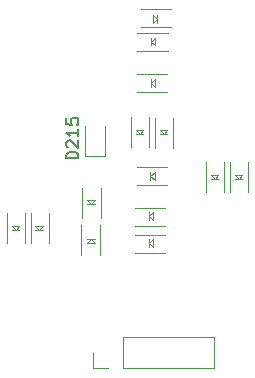
<source format=gto>
G04 #@! TF.GenerationSoftware,KiCad,Pcbnew,(6.0.5)*
G04 #@! TF.CreationDate,2022-07-25T01:06:32+08:00*
G04 #@! TF.ProjectId,SX7H02060050-1,53583748-3032-4303-9630-3035302d312e,rev?*
G04 #@! TF.SameCoordinates,PX8af34a0PY598cce0*
G04 #@! TF.FileFunction,Legend,Top*
G04 #@! TF.FilePolarity,Positive*
%FSLAX46Y46*%
G04 Gerber Fmt 4.6, Leading zero omitted, Abs format (unit mm)*
G04 Created by KiCad (PCBNEW (6.0.5)) date 2022-07-25 01:06:32*
%MOMM*%
%LPD*%
G01*
G04 APERTURE LIST*
%ADD10C,0.150000*%
%ADD11C,0.120000*%
%ADD12C,0.100000*%
G04 APERTURE END LIST*
D10*
G04 #@! TO.C,D215*
X-793620Y17914524D02*
X-1793620Y17914524D01*
X-1793620Y18152620D01*
X-1746000Y18295477D01*
X-1650762Y18390715D01*
X-1555524Y18438334D01*
X-1365048Y18485953D01*
X-1222191Y18485953D01*
X-1031715Y18438334D01*
X-936477Y18390715D01*
X-841239Y18295477D01*
X-793620Y18152620D01*
X-793620Y17914524D01*
X-1698381Y18866905D02*
X-1746000Y18914524D01*
X-1793620Y19009762D01*
X-1793620Y19247858D01*
X-1746000Y19343096D01*
X-1698381Y19390715D01*
X-1603143Y19438334D01*
X-1507905Y19438334D01*
X-1365048Y19390715D01*
X-793620Y18819286D01*
X-793620Y19438334D01*
X-793620Y20390715D02*
X-793620Y19819286D01*
X-793620Y20105000D02*
X-1793620Y20105000D01*
X-1650762Y20009762D01*
X-1555524Y19914524D01*
X-1507905Y19819286D01*
X-1793620Y21295477D02*
X-1793620Y20819286D01*
X-1317429Y20771667D01*
X-1365048Y20819286D01*
X-1412667Y20914524D01*
X-1412667Y21152620D01*
X-1365048Y21247858D01*
X-1317429Y21295477D01*
X-1222191Y21343096D01*
X-984096Y21343096D01*
X-888858Y21295477D01*
X-841239Y21247858D01*
X-793620Y21152620D01*
X-793620Y20914524D01*
X-841239Y20819286D01*
X-888858Y20771667D01*
D11*
G04 #@! TO.C,D207*
X-6840000Y13260000D02*
X-6840000Y10710000D01*
D12*
X-6090000Y11860000D02*
X-5790000Y12210000D01*
X-5790000Y12210000D02*
X-6440000Y12210000D01*
X-6440000Y11860000D02*
X-5790000Y11860000D01*
X-6440000Y12210000D02*
X-6090000Y11860000D01*
D11*
X-5290000Y10710000D02*
X-5290000Y13260000D01*
G04 #@! TO.C,D213*
X7246000Y18824000D02*
X7246000Y21374000D01*
D12*
X6746000Y20324000D02*
X6096000Y20324000D01*
X6096000Y19974000D02*
X6746000Y19974000D01*
X6446000Y19974000D02*
X6746000Y20324000D01*
X6096000Y20324000D02*
X6446000Y19974000D01*
D11*
X5696000Y21374000D02*
X5696000Y18824000D01*
D12*
G04 #@! TO.C,D209*
X10764000Y16180000D02*
X11064000Y16530000D01*
X11064000Y16530000D02*
X10414000Y16530000D01*
D11*
X11564000Y15030000D02*
X11564000Y17580000D01*
D12*
X10414000Y16530000D02*
X10764000Y16180000D01*
X10414000Y16180000D02*
X11064000Y16180000D01*
D11*
X10014000Y17580000D02*
X10014000Y15030000D01*
D12*
G04 #@! TO.C,D214*
X4414000Y19990000D02*
X4714000Y20340000D01*
D11*
X3664000Y21390000D02*
X3664000Y18840000D01*
D12*
X4064000Y20340000D02*
X4414000Y19990000D01*
X4714000Y20340000D02*
X4064000Y20340000D01*
X4064000Y19990000D02*
X4714000Y19990000D01*
D11*
X5214000Y18840000D02*
X5214000Y21390000D01*
D12*
G04 #@! TO.C,D201*
X5350000Y24300000D02*
X5700000Y24000000D01*
X5700000Y24650000D02*
X5350000Y24300000D01*
X5350000Y24650000D02*
X5350000Y24000000D01*
D11*
X4200000Y23500000D02*
X6750000Y23500000D01*
X6750000Y25050000D02*
X4200000Y25050000D01*
D12*
X5700000Y24000000D02*
X5700000Y24650000D01*
D11*
G04 #@! TO.C,D208*
X-4830000Y13260000D02*
X-4830000Y10710000D01*
D12*
X-4080000Y11860000D02*
X-3780000Y12210000D01*
X-4430000Y12210000D02*
X-4080000Y11860000D01*
X-3780000Y12210000D02*
X-4430000Y12210000D01*
X-4430000Y11860000D02*
X-3780000Y11860000D01*
D11*
X-3280000Y10710000D02*
X-3280000Y13260000D01*
D12*
G04 #@! TO.C,D204*
X300000Y14025000D02*
X600000Y14375000D01*
X-50000Y14025000D02*
X600000Y14025000D01*
D11*
X-450000Y15425000D02*
X-450000Y12875000D01*
X1100000Y12875000D02*
X1100000Y15425000D01*
D12*
X600000Y14375000D02*
X-50000Y14375000D01*
X-50000Y14375000D02*
X300000Y14025000D01*
D11*
G04 #@! TO.C,D210*
X12046000Y17580000D02*
X12046000Y15030000D01*
X13596000Y15030000D02*
X13596000Y17580000D01*
D12*
X12446000Y16530000D02*
X12796000Y16180000D01*
X12446000Y16180000D02*
X13096000Y16180000D01*
X13096000Y16530000D02*
X12446000Y16530000D01*
X12796000Y16180000D02*
X13096000Y16530000D01*
G04 #@! TO.C,D212*
X5725000Y28125000D02*
X5375000Y27775000D01*
D11*
X6775000Y28525000D02*
X4225000Y28525000D01*
D12*
X5375000Y28125000D02*
X5375000Y27475000D01*
X5725000Y27475000D02*
X5725000Y28125000D01*
X5375000Y27775000D02*
X5725000Y27475000D01*
D11*
X4225000Y26975000D02*
X6775000Y26975000D01*
D12*
G04 #@! TO.C,D206*
X5180000Y13351000D02*
X5180000Y12701000D01*
X5180000Y13001000D02*
X5530000Y12701000D01*
X5530000Y12701000D02*
X5530000Y13351000D01*
X5530000Y13351000D02*
X5180000Y13001000D01*
D11*
X4030000Y12201000D02*
X6580000Y12201000D01*
X6580000Y13751000D02*
X4030000Y13751000D01*
G04 #@! TO.C,J201*
X10700000Y145000D02*
X10700000Y2805000D01*
X3020000Y145000D02*
X10700000Y145000D01*
X1750000Y145000D02*
X420000Y145000D01*
X420000Y145000D02*
X420000Y1475000D01*
X3020000Y145000D02*
X3020000Y2805000D01*
X3020000Y2805000D02*
X10700000Y2805000D01*
D12*
G04 #@! TO.C,D202*
X5325000Y16425000D02*
X5675000Y16125000D01*
X5325000Y16775000D02*
X5325000Y16125000D01*
D11*
X4175000Y15625000D02*
X6725000Y15625000D01*
D12*
X5675000Y16125000D02*
X5675000Y16775000D01*
D11*
X6725000Y17175000D02*
X4175000Y17175000D01*
D12*
X5675000Y16775000D02*
X5325000Y16425000D01*
G04 #@! TO.C,D203*
X-25000Y10750000D02*
X625000Y10750000D01*
X625000Y11100000D02*
X-25000Y11100000D01*
X625000Y10750000D02*
X275000Y11100000D01*
X275000Y11100000D02*
X-25000Y10750000D01*
D11*
X-525000Y12250000D02*
X-525000Y9700000D01*
X1025000Y9700000D02*
X1025000Y12250000D01*
D12*
G04 #@! TO.C,D211*
X5550000Y29400000D02*
X5900000Y29750000D01*
D11*
X4500000Y29000000D02*
X7050000Y29000000D01*
D12*
X5900000Y29400000D02*
X5900000Y30050000D01*
X5550000Y30050000D02*
X5550000Y29400000D01*
X5900000Y29750000D02*
X5550000Y30050000D01*
D11*
X7050000Y30550000D02*
X4500000Y30550000D01*
D12*
G04 #@! TO.C,D205*
X5180000Y10715000D02*
X5530000Y10415000D01*
X5180000Y11065000D02*
X5180000Y10415000D01*
D11*
X4030000Y9915000D02*
X6580000Y9915000D01*
D12*
X5530000Y11065000D02*
X5180000Y10715000D01*
X5530000Y10415000D02*
X5530000Y11065000D01*
D11*
X6580000Y11465000D02*
X4030000Y11465000D01*
G04 #@! TO.C,D215*
X1454000Y18105000D02*
X1454000Y20655000D01*
X-246000Y18105000D02*
X1454000Y18105000D01*
X-246000Y18105000D02*
X-246000Y20655000D01*
G04 #@! TD*
M02*

</source>
